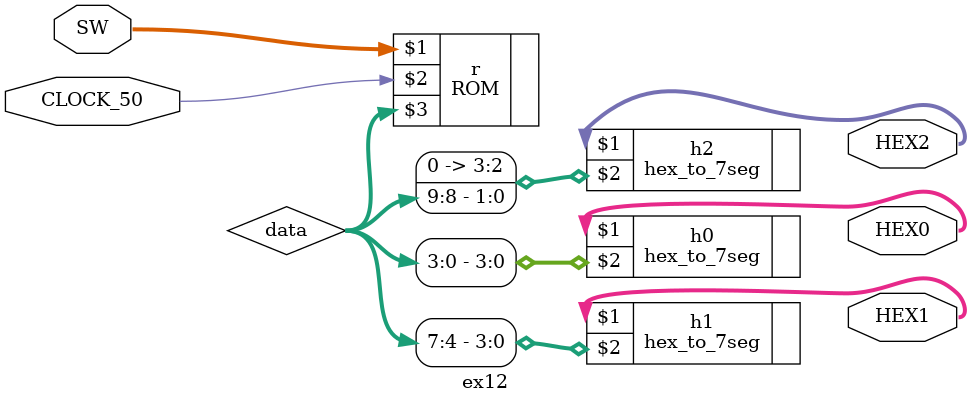
<source format=v>
module ex12(CLOCK_50, SW, HEX0, HEX1, HEX2);

	input CLOCK_50;
	input [9:0] SW;
	output [6:0] HEX0, HEX1, HEX2;
	
	wire[9:0] data;

	ROM r(SW, CLOCK_50, data);

	hex_to_7seg h0(HEX0, data[3:0]);
	hex_to_7seg h1(HEX1, data[7:4]);
	hex_to_7seg h2(HEX2, {2'b0, data[9:8]});

endmodule
</source>
